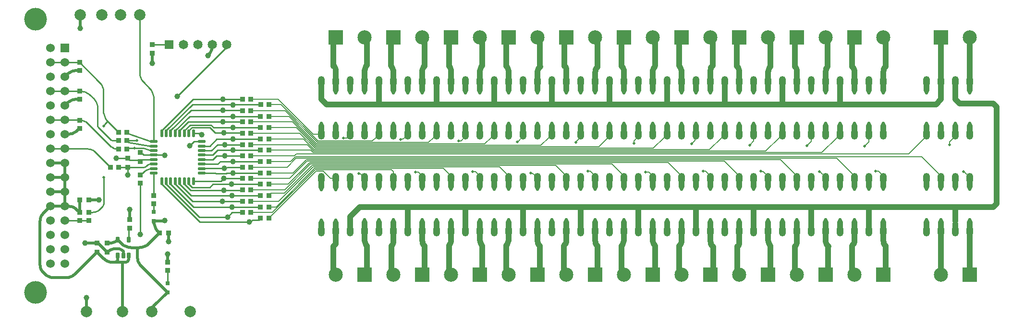
<source format=gtl>
G04*
G04 #@! TF.GenerationSoftware,Altium Limited,Altium Designer,22.5.1 (42)*
G04*
G04 Layer_Physical_Order=1*
G04 Layer_Color=255*
%FSLAX25Y25*%
%MOIN*%
G70*
G04*
G04 #@! TF.SameCoordinates,4C861729-87C5-483C-8B33-AEF81C08CF8D*
G04*
G04*
G04 #@! TF.FilePolarity,Positive*
G04*
G01*
G75*
%ADD11C,0.01000*%
%ADD13O,0.02362X0.06102*%
%ADD14O,0.04724X0.07480*%
%ADD15R,0.03740X0.03543*%
%ADD16R,0.03543X0.03740*%
%ADD17R,0.03740X0.03543*%
G04:AMPARAMS|DCode=18|XSize=23.62mil|YSize=39.37mil|CornerRadius=2.01mil|HoleSize=0mil|Usage=FLASHONLY|Rotation=180.000|XOffset=0mil|YOffset=0mil|HoleType=Round|Shape=RoundedRectangle|*
%AMROUNDEDRECTD18*
21,1,0.02362,0.03535,0,0,180.0*
21,1,0.01961,0.03937,0,0,180.0*
1,1,0.00402,-0.00980,0.01768*
1,1,0.00402,0.00980,0.01768*
1,1,0.00402,0.00980,-0.01768*
1,1,0.00402,-0.00980,-0.01768*
%
%ADD18ROUNDEDRECTD18*%
%ADD19R,0.03150X0.03150*%
%ADD20O,0.05709X0.02165*%
%ADD21O,0.02165X0.05709*%
%ADD22R,0.03543X0.03740*%
%ADD40C,0.03937*%
%ADD41C,0.01968*%
%ADD42C,0.00500*%
%ADD43C,0.07874*%
%ADD44C,0.15748*%
%ADD45C,0.06000*%
%ADD46R,0.06000X0.06000*%
%ADD47C,0.09843*%
%ADD48R,0.09843X0.09843*%
%ADD49C,0.06496*%
%ADD50R,0.06496X0.06496*%
%ADD51C,0.03937*%
%ADD52C,0.01968*%
D11*
X63312Y139837D02*
X64008Y139216D01*
X64768Y138676D01*
X65584Y138225D01*
X66446Y137868D01*
X67342Y137610D01*
X68262Y137454D01*
X69193Y137401D01*
X48007Y155143D02*
X47311Y155764D01*
X46551Y156304D01*
X45735Y156755D01*
X44873Y157112D01*
X43977Y157370D01*
X43057Y157526D01*
X42126Y157579D01*
X42126Y87697D02*
X41936Y87776D01*
X53637Y134847D02*
X52910Y135506D01*
X52122Y136090D01*
X51280Y136595D01*
X50393Y137014D01*
X49469Y137345D01*
X48517Y137583D01*
X47547Y137727D01*
X46567Y137776D01*
X42126Y197736D02*
X42031Y197776D01*
X76772Y82284D02*
X76335Y81629D01*
X76181Y80858D01*
X84252Y135039D02*
X84974Y134423D01*
X85783Y133927D01*
X86660Y133564D01*
X87583Y133342D01*
X88529Y133268D01*
X58661Y163886D02*
X58710Y162906D01*
X58854Y161935D01*
X59092Y160984D01*
X59423Y160059D01*
X59842Y159172D01*
X60347Y158331D01*
X60931Y157542D01*
X61590Y156815D01*
X56964Y96334D02*
X57580Y97036D01*
X58099Y97813D01*
X58512Y98650D01*
X58812Y99534D01*
X58994Y100450D01*
X59055Y101382D01*
X49893Y93405D02*
X50873Y93454D01*
X51844Y93598D01*
X52796Y93836D01*
X53720Y94167D01*
X54607Y94586D01*
X55449Y95091D01*
X56237Y95675D01*
X56964Y96334D01*
X59576Y154801D02*
X59055Y153543D01*
X54724Y153355D02*
X55017Y152648D01*
X64065Y143600D02*
X64772Y143307D01*
X82382Y138098D02*
X82378Y138098D01*
X83858Y190756D02*
X83907Y189776D01*
X84051Y188805D01*
X84289Y187853D01*
X84619Y186929D01*
X85039Y186042D01*
X85544Y185201D01*
X86128Y184412D01*
X86787Y183685D01*
X93504Y172826D02*
X93456Y173807D01*
X93312Y174777D01*
X93073Y175729D01*
X92743Y176653D01*
X92323Y177540D01*
X91819Y178382D01*
X91234Y179170D01*
X90575Y179897D01*
X101181Y133071D02*
X100706Y133268D01*
X143240Y207414D02*
X143875Y208240D01*
X144273Y209203D01*
X144410Y210236D01*
X90796Y126969D02*
X90024Y126815D01*
X89370Y126378D01*
X85568Y124803D02*
X86617Y124906D01*
X87626Y125212D01*
X88555Y125709D01*
X89370Y126378D01*
X86504Y138040D02*
X86122Y138098D01*
X54724Y165543D02*
X54676Y166523D01*
X54532Y167494D01*
X54294Y168446D01*
X53963Y169370D01*
X53544Y170257D01*
X53039Y171099D01*
X52455Y171887D01*
X51796Y172614D01*
X58661Y177059D02*
X58613Y178039D01*
X58469Y179009D01*
X58231Y179962D01*
X57900Y180886D01*
X57481Y181773D01*
X56976Y182614D01*
X56392Y183403D01*
X55733Y184130D01*
X49582Y174827D02*
X48855Y175486D01*
X48067Y176070D01*
X47225Y176575D01*
X46338Y176995D01*
X45414Y177325D01*
X44462Y177564D01*
X43492Y177708D01*
X42511Y177756D01*
X93701Y120194D02*
X93504Y120669D01*
X92823Y123819D02*
X91843Y123771D01*
X90872Y123627D01*
X89920Y123388D01*
X88996Y123058D01*
X88109Y122638D01*
X87268Y122134D01*
X86479Y121549D01*
X85752Y120890D01*
X103696Y209941D02*
X104410Y210236D01*
X76272Y138098D02*
X80315D01*
X82378D01*
X74901Y137401D02*
X76272Y138098D01*
X48007Y155143D02*
X63312Y139837D01*
X42126Y87697D02*
X48425D01*
X31949Y87776D02*
X41936D01*
X48425Y87697D02*
X48425Y87697D01*
X31949Y157776D02*
X40854D01*
X31949Y197776D02*
X42031D01*
X31949Y177776D02*
X42106D01*
X31949Y137776D02*
X46567D01*
X21949Y197776D02*
X31949D01*
X21949Y177776D02*
X31949D01*
X21949Y137776D02*
X31949D01*
X21949Y157776D02*
X31949D01*
X53637Y134847D02*
X63681Y124803D01*
X42106Y177776D02*
X42126Y177756D01*
X40854Y157776D02*
X42126Y157579D01*
X54724Y153355D02*
Y165543D01*
X55017Y152648D02*
X64065Y143600D01*
X59576Y154801D02*
X61590Y156815D01*
X69193Y149213D01*
X93504Y142717D02*
Y172826D01*
X74901Y143307D02*
X81890D01*
X105413Y150300D02*
X119680Y164567D01*
X108563Y150301D02*
X118499Y160236D01*
X117711Y156299D02*
X141732D01*
X111713Y150301D02*
X117711Y156299D01*
X118818Y154256D02*
X133311D01*
X114862Y150301D02*
X118818Y154256D01*
X114862Y148327D02*
Y150301D01*
X102264D02*
X120467Y168504D01*
X99114Y150301D02*
X120861Y172047D01*
X126870Y147539D02*
Y147741D01*
X76181Y74311D02*
Y80858D01*
X69390Y124803D02*
X75590D01*
X88529Y133268D02*
X93504D01*
X100706D01*
X84252Y128740D02*
X85622Y130012D01*
X91732Y130118D02*
X93504D01*
X85622Y130012D02*
X91732Y130118D01*
X82882Y129831D02*
X84252Y128740D01*
X76961Y129831D02*
X82882D01*
X75590Y131102D02*
X76961Y129831D01*
X103150Y44193D02*
Y53051D01*
X103150Y44193D02*
X103150Y44193D01*
X67717Y131102D02*
X75590D01*
X48425Y93405D02*
X49893D01*
X59055Y101382D02*
Y117905D01*
X82382Y138098D02*
X86122D01*
X91732Y139567D02*
X93504D01*
X76272Y142035D02*
X91732Y139567D01*
X74901Y143307D02*
X76272Y142035D01*
Y147941D02*
X91732Y142717D01*
X93504D01*
X74901Y149213D02*
X76272Y147941D01*
X83858Y190756D02*
Y230709D01*
X86787Y183685D02*
X90575Y179897D01*
X109843Y174016D02*
X143240Y207414D01*
X90796Y126969D02*
X93504D01*
X75590Y124803D02*
X85568D01*
X75590Y119291D02*
Y124803D01*
X84252Y78158D02*
Y113681D01*
X58661Y163886D02*
Y177059D01*
X64772Y143307D02*
X69193D01*
X42126Y197736D02*
X55733Y184130D01*
X49582Y174827D02*
X51796Y172614D01*
X42126Y177756D02*
X42511D01*
X91732Y136417D02*
X93504D01*
X86504Y138040D02*
X91732Y136417D01*
X93701Y93799D02*
X93701Y93799D01*
X93701Y93799D02*
Y99508D01*
Y105217D02*
Y120194D01*
X92823Y123819D02*
X93504D01*
X84252Y119390D02*
X85752Y120890D01*
X92520Y209941D02*
X103696D01*
X142413Y123925D02*
X142520Y124031D01*
X126878Y123925D02*
X142413D01*
X126772Y123819D02*
X126878Y123925D01*
X148622Y120669D02*
X167520D01*
X144172D02*
X148622D01*
X148425Y152362D02*
X167716D01*
X135205D02*
X148425D01*
X118504Y139764D02*
X121457Y142717D01*
X126772D01*
X126284Y148327D02*
X126870Y147741D01*
X121161Y148327D02*
X126284D01*
X118499Y160236D02*
X148425D01*
X141732Y164567D02*
X154725D01*
X119680D02*
X141732D01*
X120861Y172047D02*
X141732D01*
X120180Y152468D02*
X132571D01*
X141732Y172047D02*
X155118D01*
X132571Y152468D02*
X136221Y148819D01*
X148031Y168504D02*
X148425Y168110D01*
X120467Y168504D02*
X148031D01*
X118012Y150301D02*
X120180Y152468D01*
X141732Y156299D02*
X155118D01*
X148425Y160236D02*
X167716D01*
X154725Y148819D02*
X155118Y148425D01*
X142126Y148819D02*
X154725D01*
X136221D02*
X142126D01*
X133311Y154256D02*
X135205Y152362D01*
X118012Y148327D02*
Y150301D01*
X167716Y152362D02*
X167717Y152362D01*
X155118Y156299D02*
X155118Y156299D01*
X111713Y148327D02*
Y150301D01*
X148425Y168110D02*
X148819Y168504D01*
X167815D01*
X167815Y168504D01*
X154725Y164567D02*
X155118Y164173D01*
X167716Y160236D02*
X167717Y160236D01*
X108563Y148327D02*
Y150301D01*
X105413Y148327D02*
Y150300D01*
X102264Y148327D02*
Y150301D01*
X155118Y172047D02*
X155118Y172047D01*
X155118Y116929D02*
X155118Y116929D01*
X142126Y116929D02*
X155118D01*
X140256Y115059D02*
X142126Y116929D01*
X121161Y115059D02*
X140256D01*
X134749Y112992D02*
X147638D01*
X132675Y110917D02*
X134749Y112992D01*
X147638D02*
X167717D01*
X119286Y108661D02*
X142126D01*
X167717Y112992D02*
X167717Y112992D01*
X118012Y113085D02*
X120180Y110917D01*
X132675D01*
X118012Y113085D02*
Y115059D01*
X142126Y108661D02*
X154724D01*
X155118Y109055D01*
X114862Y113085D02*
X119286Y108661D01*
X114862Y113085D02*
Y115059D01*
X119680Y105118D02*
X148031D01*
X167717D01*
X167717Y105118D01*
X111713Y113085D02*
X119680Y105118D01*
X111713Y113085D02*
Y115059D01*
X141339Y101181D02*
X155118D01*
X120467D02*
X141339D01*
X108563Y113085D02*
X120467Y101181D01*
X108563Y113085D02*
Y115059D01*
X148031Y97244D02*
X167717D01*
X167717Y97244D01*
X121255Y97244D02*
X148031D01*
X105413Y113085D02*
X121255Y97244D01*
X105413Y113085D02*
Y115059D01*
X144882Y90158D02*
X148031Y93307D01*
X155118D01*
X125191Y90158D02*
X144882D01*
X102264Y113085D02*
X125191Y90158D01*
X102264Y113085D02*
Y115059D01*
X162121Y88098D02*
X166445D01*
X160637Y86614D02*
X162121Y88098D01*
X159843Y86614D02*
X160637D01*
X166445Y88098D02*
X167717Y89370D01*
X125585Y86614D02*
X159843D01*
X99114Y113085D02*
X125585Y86614D01*
X167716Y144488D02*
X167717Y144488D01*
X148425Y144488D02*
X167716D01*
X137402D02*
X148425D01*
X132480Y139567D02*
X137402Y144488D01*
X126772Y139567D02*
X132480D01*
X126772Y136417D02*
X133661D01*
X137795Y140551D01*
X142913D01*
X155118D01*
X137795Y136614D02*
X148425D01*
X167716D01*
X134449Y133268D02*
X137795Y136614D01*
X126772Y133268D02*
X134449D01*
X155118Y140551D02*
X155118Y140551D01*
X167716Y136614D02*
X167717Y136614D01*
X134718Y130118D02*
X137277Y132677D01*
X142913D01*
X155118D01*
X155118Y132677D01*
X126772Y130118D02*
X134718D01*
X139836Y128740D02*
X148425D01*
X138065Y126969D02*
X139836Y128740D01*
X126772Y126969D02*
X138065D01*
X148425Y128740D02*
X167716D01*
X167717Y128740D01*
X144495Y124803D02*
X155118D01*
X136627Y120563D02*
X144065D01*
X144172Y120669D01*
X126772D02*
X136520D01*
X136627Y120563D01*
X167520Y120669D02*
X167717Y120866D01*
D13*
X230039Y86319D02*
D03*
X240039D02*
D03*
X230039Y111319D02*
D03*
X240039D02*
D03*
X530000Y86500D02*
D03*
X540000D02*
D03*
X530000Y111500D02*
D03*
X540000D02*
D03*
X630000Y86500D02*
D03*
X640000D02*
D03*
X630000Y111500D02*
D03*
X640000D02*
D03*
X220000Y178500D02*
D03*
X210000D02*
D03*
X220000Y153500D02*
D03*
X210000D02*
D03*
X470000Y86500D02*
D03*
X480000D02*
D03*
X470000Y111500D02*
D03*
X480000D02*
D03*
X390000Y86500D02*
D03*
X400000D02*
D03*
X390000Y111500D02*
D03*
X400000D02*
D03*
X370000Y86500D02*
D03*
X380000D02*
D03*
X370000Y111500D02*
D03*
X380000D02*
D03*
X350000Y86500D02*
D03*
X360000D02*
D03*
X350000Y111500D02*
D03*
X360000D02*
D03*
X330000Y86500D02*
D03*
X340000D02*
D03*
X330000Y111500D02*
D03*
X340000D02*
D03*
X310000Y86500D02*
D03*
X320000D02*
D03*
X310000Y111500D02*
D03*
X320000D02*
D03*
X290000Y86500D02*
D03*
X300000D02*
D03*
X290000Y111500D02*
D03*
X300000D02*
D03*
X270000Y86500D02*
D03*
X280000D02*
D03*
X270000Y111500D02*
D03*
X280000D02*
D03*
X250000Y86500D02*
D03*
X260000D02*
D03*
X250000Y111500D02*
D03*
X260000D02*
D03*
X209842Y86221D02*
D03*
X219843D02*
D03*
X209842Y111221D02*
D03*
X219843D02*
D03*
X590000Y86500D02*
D03*
X600000D02*
D03*
X590000Y111500D02*
D03*
X600000D02*
D03*
X570000Y86500D02*
D03*
X580000D02*
D03*
X570000Y111500D02*
D03*
X580000D02*
D03*
X550000Y86500D02*
D03*
X560000D02*
D03*
X550000Y111500D02*
D03*
X560000D02*
D03*
X510000Y86500D02*
D03*
X520000D02*
D03*
X510000Y111500D02*
D03*
X520000D02*
D03*
X490000Y86500D02*
D03*
X500000D02*
D03*
X490000Y111500D02*
D03*
X500000D02*
D03*
X450000Y86500D02*
D03*
X460000D02*
D03*
X450000Y111500D02*
D03*
X460000D02*
D03*
X430000Y86500D02*
D03*
X440000D02*
D03*
X430000Y111500D02*
D03*
X440000D02*
D03*
X410000Y86500D02*
D03*
X420000D02*
D03*
X410000Y111500D02*
D03*
X420000D02*
D03*
X650000Y86500D02*
D03*
X660000D02*
D03*
X650000Y111500D02*
D03*
X660000D02*
D03*
X400000Y178500D02*
D03*
X390000D02*
D03*
X400000Y153500D02*
D03*
X390000D02*
D03*
X380000Y178500D02*
D03*
X370000D02*
D03*
X380000Y153500D02*
D03*
X370000D02*
D03*
X360000Y178500D02*
D03*
X350000D02*
D03*
X360000Y153500D02*
D03*
X350000D02*
D03*
X340000Y178500D02*
D03*
X330000D02*
D03*
X340000Y153500D02*
D03*
X330000D02*
D03*
X320000Y178500D02*
D03*
X310000D02*
D03*
X320000Y153500D02*
D03*
X310000D02*
D03*
X300000Y178500D02*
D03*
X290000D02*
D03*
X300000Y153500D02*
D03*
X290000D02*
D03*
X280000Y178500D02*
D03*
X270000D02*
D03*
X280000Y153500D02*
D03*
X270000D02*
D03*
X260000Y178500D02*
D03*
X250000D02*
D03*
X260000Y153500D02*
D03*
X250000D02*
D03*
X240000Y178500D02*
D03*
X230000D02*
D03*
X240000Y153500D02*
D03*
X230000D02*
D03*
X600000Y178500D02*
D03*
X590000D02*
D03*
X600000Y153500D02*
D03*
X590000D02*
D03*
X580000Y178500D02*
D03*
X570000D02*
D03*
X580000Y153500D02*
D03*
X570000D02*
D03*
X560000Y178500D02*
D03*
X550000D02*
D03*
X560000Y153500D02*
D03*
X550000D02*
D03*
X540000Y178500D02*
D03*
X530000D02*
D03*
X540000Y153500D02*
D03*
X530000D02*
D03*
X520000Y178500D02*
D03*
X510000D02*
D03*
X520000Y153500D02*
D03*
X510000D02*
D03*
X500000Y178500D02*
D03*
X490000D02*
D03*
X500000Y153500D02*
D03*
X490000D02*
D03*
X480000Y178500D02*
D03*
X470000D02*
D03*
X480000Y153500D02*
D03*
X470000D02*
D03*
X460000Y178500D02*
D03*
X450000D02*
D03*
X460000Y153500D02*
D03*
X450000D02*
D03*
X440000Y178500D02*
D03*
X430000D02*
D03*
X440000Y153500D02*
D03*
X430000D02*
D03*
X420000Y178500D02*
D03*
X410000D02*
D03*
X420000Y153500D02*
D03*
X410000D02*
D03*
X660000Y178500D02*
D03*
X650000D02*
D03*
X660000Y153500D02*
D03*
X650000D02*
D03*
X640000Y178500D02*
D03*
X630000D02*
D03*
X640000Y153500D02*
D03*
X630000D02*
D03*
D14*
X220000Y117224D02*
D03*
X210000D02*
D03*
X220000Y80413D02*
D03*
X210000D02*
D03*
X640000Y117224D02*
D03*
X630000D02*
D03*
X640000Y80413D02*
D03*
X630000D02*
D03*
X530000Y147776D02*
D03*
X540000D02*
D03*
X530000Y184587D02*
D03*
X540000D02*
D03*
X400000Y117224D02*
D03*
X390000D02*
D03*
X400000Y80413D02*
D03*
X390000D02*
D03*
X380000Y117224D02*
D03*
X370000D02*
D03*
X380000Y80413D02*
D03*
X370000D02*
D03*
X360000Y117224D02*
D03*
X350000D02*
D03*
X360000Y80413D02*
D03*
X350000D02*
D03*
X340000Y117224D02*
D03*
X330000D02*
D03*
X340000Y80413D02*
D03*
X330000D02*
D03*
X320000Y117224D02*
D03*
X310000D02*
D03*
X320000Y80413D02*
D03*
X310000D02*
D03*
X300000Y117224D02*
D03*
X290000D02*
D03*
X300000Y80413D02*
D03*
X290000D02*
D03*
X280000Y117224D02*
D03*
X270000D02*
D03*
X280000Y80413D02*
D03*
X270000D02*
D03*
X260000Y117224D02*
D03*
X250000D02*
D03*
X260000Y80413D02*
D03*
X250000D02*
D03*
X240000Y117224D02*
D03*
X230000D02*
D03*
X240000Y80413D02*
D03*
X230000D02*
D03*
X600000Y117224D02*
D03*
X590000D02*
D03*
X600000Y80413D02*
D03*
X590000D02*
D03*
X580000Y117224D02*
D03*
X570000D02*
D03*
X580000Y80413D02*
D03*
X570000D02*
D03*
X560000Y117224D02*
D03*
X550000D02*
D03*
X560000Y80413D02*
D03*
X550000D02*
D03*
X540000Y117224D02*
D03*
X530000D02*
D03*
X540000Y80413D02*
D03*
X530000D02*
D03*
X520000Y117224D02*
D03*
X510000D02*
D03*
X520000Y80413D02*
D03*
X510000D02*
D03*
X500000Y117224D02*
D03*
X490000D02*
D03*
X500000Y80413D02*
D03*
X490000D02*
D03*
X480000Y117224D02*
D03*
X470000D02*
D03*
X480000Y80413D02*
D03*
X470000D02*
D03*
X460000Y117224D02*
D03*
X450000D02*
D03*
X460000Y80413D02*
D03*
X450000D02*
D03*
X440000Y117224D02*
D03*
X430000D02*
D03*
X440000Y80413D02*
D03*
X430000D02*
D03*
X420000Y117224D02*
D03*
X410000D02*
D03*
X420000Y80413D02*
D03*
X410000D02*
D03*
X660000Y117224D02*
D03*
X650000D02*
D03*
X660000Y80413D02*
D03*
X650000D02*
D03*
X390000Y147776D02*
D03*
X400000D02*
D03*
X390000Y184587D02*
D03*
X400000D02*
D03*
X370000Y147776D02*
D03*
X380000D02*
D03*
X370000Y184587D02*
D03*
X380000D02*
D03*
X350000Y147776D02*
D03*
X360000D02*
D03*
X350000Y184587D02*
D03*
X360000D02*
D03*
X330000Y147776D02*
D03*
X340000D02*
D03*
X330000Y184587D02*
D03*
X340000D02*
D03*
X310000Y147776D02*
D03*
X320000D02*
D03*
X310000Y184587D02*
D03*
X320000D02*
D03*
X290000Y147776D02*
D03*
X300000D02*
D03*
X290000Y184587D02*
D03*
X300000D02*
D03*
X270000Y147776D02*
D03*
X280000D02*
D03*
X270000Y184587D02*
D03*
X280000D02*
D03*
X250000Y147776D02*
D03*
X260000D02*
D03*
X250000Y184587D02*
D03*
X260000D02*
D03*
X230000Y147776D02*
D03*
X240000D02*
D03*
X230000Y184587D02*
D03*
X240000D02*
D03*
X210000Y147776D02*
D03*
X220000D02*
D03*
X210000Y184587D02*
D03*
X220000D02*
D03*
X590000Y147776D02*
D03*
X600000D02*
D03*
X590000Y184587D02*
D03*
X600000D02*
D03*
X570000Y147776D02*
D03*
X580000D02*
D03*
X570000Y184587D02*
D03*
X580000D02*
D03*
X550000Y147776D02*
D03*
X560000D02*
D03*
X550000Y184587D02*
D03*
X560000D02*
D03*
X510000Y147776D02*
D03*
X520000D02*
D03*
X510000Y184587D02*
D03*
X520000D02*
D03*
X490000Y147776D02*
D03*
X500000D02*
D03*
X490000Y184587D02*
D03*
X500000D02*
D03*
X470000Y147776D02*
D03*
X480000D02*
D03*
X470000Y184587D02*
D03*
X480000D02*
D03*
X450000Y147776D02*
D03*
X460000D02*
D03*
X450000Y184587D02*
D03*
X460000D02*
D03*
X430000Y147776D02*
D03*
X440000D02*
D03*
X430000Y184587D02*
D03*
X440000D02*
D03*
X410000Y147776D02*
D03*
X420000D02*
D03*
X410000Y184587D02*
D03*
X420000D02*
D03*
X650000Y147776D02*
D03*
X660000D02*
D03*
X650000Y184587D02*
D03*
X660000D02*
D03*
X630000Y147776D02*
D03*
X640000D02*
D03*
X630000Y184587D02*
D03*
X640000D02*
D03*
D15*
X74902Y137402D02*
D03*
X69193D02*
D03*
X69390Y124803D02*
D03*
X63681D02*
D03*
X74902Y143307D02*
D03*
X69193D02*
D03*
X74902Y149213D02*
D03*
X69193D02*
D03*
X173425Y128740D02*
D03*
X167717D02*
D03*
X160827Y132677D02*
D03*
X155118D02*
D03*
X173425Y89370D02*
D03*
X167717D02*
D03*
X160827Y93307D02*
D03*
X155118D02*
D03*
X173425Y97244D02*
D03*
X167717D02*
D03*
X160827Y101181D02*
D03*
X155118D02*
D03*
X173425Y105118D02*
D03*
X167717D02*
D03*
X160827Y109055D02*
D03*
X155118D02*
D03*
X173425Y112992D02*
D03*
X167717D02*
D03*
X160827Y116929D02*
D03*
X155118D02*
D03*
X173425Y120866D02*
D03*
X167717D02*
D03*
X160827Y124803D02*
D03*
X155118D02*
D03*
X160827Y172047D02*
D03*
X155118D02*
D03*
X173524Y168504D02*
D03*
X167815D02*
D03*
X160827Y164173D02*
D03*
X155118D02*
D03*
X173425Y160236D02*
D03*
X167717D02*
D03*
X160827Y156299D02*
D03*
X155118D02*
D03*
X173425Y152362D02*
D03*
X167717D02*
D03*
X160827Y148425D02*
D03*
X155118D02*
D03*
X173425Y144488D02*
D03*
X167717D02*
D03*
X160827Y140551D02*
D03*
X155118D02*
D03*
X173425Y136614D02*
D03*
X167717D02*
D03*
D16*
X42126Y87697D02*
D03*
Y93405D02*
D03*
X103150Y53051D02*
D03*
Y58760D02*
D03*
X42126Y157579D02*
D03*
Y151870D02*
D03*
X42126Y177756D02*
D03*
Y172047D02*
D03*
X42126Y197736D02*
D03*
Y192028D02*
D03*
X48425Y93405D02*
D03*
Y87697D02*
D03*
X93701Y99508D02*
D03*
Y105217D02*
D03*
X84252Y113681D02*
D03*
Y119390D02*
D03*
X92520Y209941D02*
D03*
Y204232D02*
D03*
D17*
X61417Y72047D02*
D03*
Y65748D02*
D03*
X84252Y128740D02*
D03*
Y135039D02*
D03*
X76772Y82284D02*
D03*
Y88583D02*
D03*
X54331Y65748D02*
D03*
Y72047D02*
D03*
X75590Y124803D02*
D03*
Y131102D02*
D03*
D18*
X68701Y63484D02*
D03*
X72441D02*
D03*
X76181D02*
D03*
Y74311D02*
D03*
X68701D02*
D03*
D19*
X103150Y44193D02*
D03*
Y37697D02*
D03*
X93701Y93799D02*
D03*
Y87303D02*
D03*
D20*
X93504Y142717D02*
D03*
Y139567D02*
D03*
Y136417D02*
D03*
Y133268D02*
D03*
Y130118D02*
D03*
Y126969D02*
D03*
Y123819D02*
D03*
Y120669D02*
D03*
X126772D02*
D03*
Y123819D02*
D03*
Y126969D02*
D03*
Y130118D02*
D03*
Y133268D02*
D03*
Y136417D02*
D03*
Y139567D02*
D03*
Y142717D02*
D03*
D21*
X99114Y115059D02*
D03*
X102264D02*
D03*
X105413D02*
D03*
X108563D02*
D03*
X111713D02*
D03*
X114862D02*
D03*
X118012D02*
D03*
X121161D02*
D03*
Y148327D02*
D03*
X118012D02*
D03*
X114862D02*
D03*
X111713D02*
D03*
X108563D02*
D03*
X105413D02*
D03*
X102264D02*
D03*
X99114D02*
D03*
D22*
X97638Y79134D02*
D03*
X103937D02*
D03*
X42126Y101969D02*
D03*
X48425D02*
D03*
D40*
X538449Y194937D02*
X538583Y194882D01*
X540000Y191460D02*
X539907Y192404D01*
X539632Y193312D01*
X539185Y194149D01*
X538583Y194882D01*
X529921Y80604D02*
X530000Y80413D01*
X569762Y80315D02*
X570000Y80413D01*
X240000Y73867D02*
X240106Y72755D01*
X240418Y71682D01*
X240927Y70688D01*
X241614Y69807D01*
X258472Y70000D02*
X258661Y70079D01*
X220000Y215000D02*
X219318Y214168D01*
X218810Y213220D01*
X218498Y212190D01*
X218393Y211119D01*
X220000Y191664D02*
X219902Y192660D01*
X219611Y193618D01*
X219139Y194501D01*
X218504Y195276D01*
X218393Y195007D02*
X218504Y195276D01*
X241614Y211104D02*
X241508Y212179D01*
X241195Y213212D01*
X240685Y214165D01*
X240000Y215000D01*
X241614Y195941D02*
X240927Y195060D01*
X240418Y194066D01*
X240106Y192993D01*
X240000Y191881D01*
X260000Y215000D02*
X259400Y214297D01*
X258917Y213509D01*
X258563Y212655D01*
X258347Y211756D01*
X258275Y210835D01*
X260000Y191093D02*
X259928Y192017D01*
X259712Y192917D01*
X259358Y193773D01*
X258875Y194563D01*
X258275Y195269D01*
X281614Y211104D02*
X281508Y212179D01*
X281195Y213212D01*
X280685Y214165D01*
X280000Y215000D01*
X281614Y195376D02*
X281049Y194634D01*
X280598Y193819D01*
X280268Y192947D01*
X280067Y192037D01*
X280000Y191107D01*
X321614Y211104D02*
X321508Y212179D01*
X321195Y213212D01*
X320685Y214165D01*
X320000Y215000D01*
X321614Y195629D02*
X320928Y194779D01*
X320419Y193812D01*
X320106Y192765D01*
X320000Y191677D01*
X300000Y215000D02*
X299331Y214185D01*
X298834Y213256D01*
X298529Y212247D01*
X298425Y211198D01*
X300000Y191473D02*
X299897Y192523D01*
X299591Y193531D01*
X299094Y194461D01*
X298425Y195276D01*
X340000Y215000D02*
X339291Y214136D01*
X338764Y213151D01*
X338440Y212081D01*
X338330Y210969D01*
X340000Y190903D02*
X339924Y191869D01*
X339699Y192810D01*
X339329Y193705D01*
X338824Y194532D01*
X338196Y195269D01*
X338190Y195274D01*
X361749Y210779D02*
X361675Y211713D01*
X361456Y212624D01*
X361098Y213489D01*
X360608Y214288D01*
X360000Y215000D01*
X361811Y194882D02*
X361181Y194144D01*
X360674Y193317D01*
X360303Y192421D01*
X360076Y191477D01*
X360000Y190510D01*
X380000Y192234D02*
X379854Y193347D01*
X379424Y194385D01*
X378740Y195276D01*
X380000Y215000D02*
X379372Y214234D01*
X378905Y213361D01*
X378617Y212413D01*
X378520Y211428D01*
X401614Y211104D02*
X401508Y212179D01*
X401195Y213212D01*
X400685Y214165D01*
X400000Y215000D01*
X401575Y194488D02*
X400906Y193674D01*
X400409Y192744D01*
X400103Y191735D01*
X400000Y190687D01*
X420000Y215000D02*
X419315Y214165D01*
X418805Y213212D01*
X418492Y212178D01*
X418386Y211103D01*
X420000Y191270D02*
X419902Y192266D01*
X419611Y193225D01*
X419139Y194108D01*
X418504Y194882D01*
X441732Y210818D02*
X441659Y211743D01*
X441443Y212646D01*
X441088Y213503D01*
X440603Y214294D01*
X440000Y215000D01*
X441732Y195276D02*
X441130Y194570D01*
X440645Y193779D01*
X440289Y192921D01*
X440073Y192019D01*
X440000Y191094D01*
X460000Y215000D02*
X459400Y214297D01*
X458917Y213509D01*
X458563Y212655D01*
X458347Y211756D01*
X458275Y210835D01*
X460000Y191093D02*
X459928Y192017D01*
X459712Y192917D01*
X459358Y193773D01*
X458875Y194563D01*
X458275Y195269D01*
X481496Y211388D02*
X481398Y212385D01*
X481107Y213343D01*
X480635Y214226D01*
X480000Y215000D01*
X481496Y195669D02*
X480861Y194895D01*
X480389Y194012D01*
X480098Y193054D01*
X480000Y192058D01*
X500000Y191080D02*
X499897Y192129D01*
X499591Y193137D01*
X499094Y194067D01*
X498425Y194882D01*
X498386Y194977D02*
X498425Y194882D01*
X500000Y215000D02*
X499315Y214165D01*
X498805Y213212D01*
X498492Y212178D01*
X498386Y211103D01*
X521654Y194882D02*
X520952Y194026D01*
X520430Y193051D01*
X520109Y191991D01*
X520000Y190890D01*
X521654Y211008D02*
X521545Y212110D01*
X521224Y213169D01*
X520702Y214145D01*
X520000Y215000D01*
X540000D02*
X539341Y214197D01*
X538852Y213281D01*
X538550Y212288D01*
X538449Y211254D01*
X561417Y211579D02*
X561324Y212523D01*
X561049Y213430D01*
X560602Y214267D01*
X560000Y215000D01*
X561417Y194882D02*
X560816Y194149D01*
X560368Y193312D01*
X560093Y192404D01*
X560000Y191460D01*
X580000Y215000D02*
X579298Y214144D01*
X578776Y213168D01*
X578455Y212109D01*
X578346Y211008D01*
X580000Y190890D02*
X579892Y191991D01*
X579570Y193050D01*
X579049Y194026D01*
X578346Y194882D01*
X601575Y211198D02*
X601472Y212247D01*
X601165Y213256D01*
X600669Y214185D01*
X600000Y215000D01*
X601575Y194882D02*
X600906Y194067D01*
X600409Y193138D01*
X600103Y192129D01*
X600000Y191080D01*
X401575Y194488D02*
X401614Y194583D01*
X600000Y73880D02*
X600103Y72831D01*
X600409Y71823D01*
X600906Y70893D01*
X601575Y70079D01*
X600000Y50000D02*
X600685Y50835D01*
X601195Y51788D01*
X601508Y52822D01*
X601614Y53897D01*
X578346Y53992D02*
X578455Y52891D01*
X578776Y51832D01*
X579298Y50856D01*
X580000Y50000D01*
X578346Y70079D02*
X579049Y70934D01*
X579570Y71910D01*
X579892Y72970D01*
X580000Y74071D01*
X560000Y74057D02*
X560076Y73090D01*
X560303Y72146D01*
X560674Y71250D01*
X561181Y70423D01*
X561811Y69685D01*
X560000Y50000D02*
X560591Y50692D01*
X561066Y51467D01*
X561414Y52307D01*
X561626Y53192D01*
X561698Y54098D01*
X538499Y53624D02*
X538597Y52624D01*
X538889Y51663D01*
X539363Y50777D01*
X540000Y50000D01*
X520000Y74071D02*
X520109Y72969D01*
X520430Y71910D01*
X520952Y70934D01*
X521654Y70079D01*
X520000Y50000D02*
X520702Y50855D01*
X521224Y51832D01*
X521545Y52890D01*
X521654Y53992D01*
X498587Y53411D02*
X498680Y52470D01*
X498954Y51565D01*
X499400Y50731D01*
X500000Y50000D01*
X498819Y69685D02*
X499460Y70520D01*
X499863Y71493D01*
X500000Y72537D01*
X480000Y73297D02*
X480098Y72300D01*
X480389Y71342D01*
X480861Y70459D01*
X481496Y69685D01*
X480000Y50000D02*
X480658Y50770D01*
X481187Y51633D01*
X481574Y52569D01*
X481810Y53553D01*
X481890Y54562D01*
X458386Y53897D02*
X458492Y52822D01*
X458805Y51788D01*
X459315Y50835D01*
X460000Y50000D01*
X458386Y69807D02*
X459073Y70688D01*
X459582Y71683D01*
X459895Y72755D01*
X460000Y73867D01*
X440000Y74261D02*
X440073Y73335D01*
X440289Y72433D01*
X440645Y71576D01*
X441130Y70784D01*
X441732Y70079D01*
X440000Y50000D02*
X440702Y50856D01*
X441224Y51832D01*
X441545Y52891D01*
X441654Y53992D01*
X418110Y54563D02*
X418190Y53553D01*
X418426Y52569D01*
X418814Y51633D01*
X419343Y50770D01*
X420000Y50000D01*
X418110Y70079D02*
X418768Y70849D01*
X419297Y71712D01*
X419684Y72647D01*
X419921Y73632D01*
X420000Y74641D01*
X400000Y73880D02*
X400103Y72831D01*
X400409Y71823D01*
X400906Y70893D01*
X401575Y70079D01*
X400000Y50000D02*
X400685Y50835D01*
X401195Y51788D01*
X401508Y52822D01*
X401614Y53897D01*
X378346Y70079D02*
X379049Y70934D01*
X379570Y71910D01*
X379892Y72970D01*
X380000Y74071D01*
X378346Y53992D02*
X378455Y52891D01*
X378776Y51832D01*
X379298Y50856D01*
X380000Y50000D01*
X361417Y70079D02*
X361607Y70000D01*
X360000Y73500D02*
X360093Y72556D01*
X360368Y71649D01*
X360816Y70812D01*
X361417Y70079D01*
X360000Y50000D02*
X360683Y50832D01*
X361190Y51780D01*
X361502Y52810D01*
X361607Y53880D01*
X338189Y70472D02*
X338819Y71210D01*
X339326Y72038D01*
X339698Y72934D01*
X339924Y73878D01*
X340000Y74845D01*
X338189Y70472D02*
X338384Y70002D01*
Y53902D02*
X338490Y52826D01*
X338804Y51790D01*
X339314Y50836D01*
X340000Y50000D01*
X320000Y74071D02*
X320109Y72969D01*
X320430Y71910D01*
X320952Y70934D01*
X321654Y70079D01*
X320000Y50000D02*
X320702Y50855D01*
X321224Y51832D01*
X321545Y52890D01*
X321654Y53992D01*
X298425Y70472D02*
X299094Y71287D01*
X299591Y72217D01*
X299897Y73226D01*
X300000Y74275D01*
X298425Y53802D02*
X298529Y52753D01*
X298834Y51745D01*
X299331Y50815D01*
X300000Y50000D01*
X280000Y73690D02*
X280098Y72694D01*
X280389Y71736D01*
X280861Y70853D01*
X281496Y70079D01*
X280000Y50000D02*
X280635Y50774D01*
X281107Y51657D01*
X281398Y52615D01*
X281496Y53612D01*
X258472Y53690D02*
X258572Y52672D01*
X258869Y51693D01*
X259351Y50791D01*
X260000Y50000D01*
X258661Y70079D02*
X259230Y70771D01*
X259652Y71561D01*
X259912Y72419D01*
X260000Y73311D01*
X240000Y50000D02*
X240685Y50835D01*
X241195Y51788D01*
X241508Y52822D01*
X241614Y53897D01*
X218110Y54563D02*
X218190Y53553D01*
X218426Y52569D01*
X218813Y51633D01*
X219342Y50770D01*
X220000Y50000D01*
X538583Y69685D02*
X538499Y69887D01*
X538583Y69685D02*
X539185Y70418D01*
X539632Y71255D01*
X539907Y72163D01*
X540000Y73107D01*
X236503Y97047D02*
X269574D01*
X240000Y80413D02*
X240020Y80433D01*
Y86299D01*
X240039Y86319D01*
X230000Y80413D02*
X230039Y80453D01*
Y86319D01*
Y90583D01*
X236503Y97047D01*
X240000Y117224D02*
X240020Y117205D01*
Y111339D02*
Y117205D01*
Y111339D02*
X240039Y111319D01*
X230020Y111339D02*
Y117205D01*
Y111339D02*
X230039Y111319D01*
X250000Y111500D02*
Y117224D01*
X240000Y147776D02*
Y153500D01*
X538499Y53624D02*
Y69887D01*
X540000Y80413D02*
Y86500D01*
Y111500D02*
Y117224D01*
X530000Y80682D02*
Y86500D01*
X529921Y80604D02*
X530000Y80682D01*
Y111500D02*
Y117224D01*
X550000Y111500D02*
Y117224D01*
X640000Y111500D02*
Y117224D01*
X630000Y111500D02*
Y117224D01*
X640000Y80413D02*
Y86500D01*
X630000Y80491D02*
Y86500D01*
X590046Y97047D02*
X650039D01*
X210000Y172000D02*
Y184587D01*
X250000Y168547D02*
Y184587D01*
X290000Y168704D02*
Y184587D01*
X330000Y168626D02*
Y184587D01*
X370000Y168626D02*
Y184587D01*
X410000Y168783D02*
Y184587D01*
X450000Y168941D02*
Y184587D01*
X490000Y169098D02*
Y184587D01*
X530000Y168862D02*
Y184587D01*
X570000Y168626D02*
Y184587D01*
X640000Y171933D02*
Y215000D01*
X218393Y195007D02*
Y211119D01*
X220000Y147776D02*
Y153500D01*
X210000Y147776D02*
Y153500D01*
X220000Y184587D02*
X220000Y184587D01*
X220000Y178500D02*
Y184587D01*
X210000Y172000D02*
X213453Y168547D01*
X250000D01*
X220000Y71575D02*
Y80413D01*
X218110Y69685D02*
X220000Y71575D01*
X219843Y86221D02*
X219921Y86142D01*
X209842Y86221D02*
X209921Y86142D01*
X219921Y80492D02*
Y86142D01*
Y80492D02*
X220000Y80413D01*
X209921Y80492D02*
Y86142D01*
Y80492D02*
X210000Y80413D01*
X209921Y111299D02*
Y117146D01*
X209842Y111221D02*
X209921Y111299D01*
X219921Y117146D02*
X220000Y117224D01*
X219921Y111299D02*
Y117146D01*
X219843Y111221D02*
X219921Y111299D01*
X470000Y111500D02*
Y117224D01*
X480000Y111500D02*
Y117224D01*
X470000Y80413D02*
Y86500D01*
X469889Y87583D02*
Y96968D01*
X469967Y97047D01*
X480000Y80413D02*
Y86500D01*
X469967Y97047D02*
X510125D01*
X630000Y80491D02*
X630077Y80413D01*
X640000Y50000D02*
Y80413D01*
X520000Y147776D02*
Y153500D01*
X530000Y147776D02*
Y153500D01*
X540000Y147776D02*
Y153500D01*
X538449Y194937D02*
Y194937D01*
X540000Y184587D02*
Y191460D01*
X540000Y178500D02*
Y184587D01*
X530315Y168547D02*
X570079D01*
X240000Y73867D02*
Y80413D01*
X250000Y80413D02*
Y86500D01*
Y80315D02*
Y80413D01*
X249999Y80315D02*
X250000Y80315D01*
X260000Y80413D02*
Y86500D01*
X280000Y73690D02*
Y80413D01*
X280000Y80413D02*
Y86500D01*
X290000Y80414D02*
X290000Y80413D01*
X290000Y80414D02*
Y86500D01*
X300000Y80414D02*
X300000Y80413D01*
X300000Y80414D02*
Y86500D01*
X320000Y74071D02*
Y80413D01*
X320000Y80413D02*
Y86500D01*
X330000Y80413D02*
Y86500D01*
Y80394D02*
Y80413D01*
Y80394D02*
X330000Y80394D01*
X340000Y80414D02*
Y86500D01*
Y80414D02*
X340000Y80413D01*
X360000Y73500D02*
Y80413D01*
X360000Y80413D02*
Y86500D01*
X370000Y80413D02*
Y86500D01*
Y80394D02*
Y80413D01*
Y80394D02*
X370000Y80394D01*
X380000Y80413D02*
Y86500D01*
X400000Y73880D02*
Y80413D01*
X400000Y80413D02*
Y86500D01*
X410000Y80414D02*
Y86500D01*
Y80414D02*
X410000Y80413D01*
X420000Y80413D02*
Y86500D01*
X440000Y74261D02*
Y80413D01*
X440000Y80413D02*
Y86500D01*
X450000Y80413D02*
Y86500D01*
Y80315D02*
Y80413D01*
Y80315D02*
X450000Y80315D01*
X460000Y80413D02*
Y86500D01*
X480000Y73297D02*
Y80413D01*
X489765Y80316D02*
X490000Y80551D01*
Y86500D01*
X500000Y80413D02*
Y86500D01*
X520000Y74071D02*
Y80413D01*
X520000Y80413D02*
Y86500D01*
X560000Y74057D02*
Y80413D01*
X560000Y80413D02*
Y86500D01*
X569762Y80315D02*
X570000Y80553D01*
Y86500D01*
X580000Y80413D02*
Y86500D01*
X600000Y73880D02*
Y80413D01*
X600000Y80414D02*
X600000Y80413D01*
X600000Y80414D02*
Y86500D01*
X660000Y80413D02*
Y86500D01*
Y111500D02*
Y117224D01*
X650000Y111500D02*
Y117224D01*
X600000Y111500D02*
Y117224D01*
X590000Y111500D02*
Y117224D01*
X580000Y111500D02*
Y117224D01*
X570000Y111500D02*
Y117224D01*
X560000Y111500D02*
Y117224D01*
X520000Y111500D02*
Y117224D01*
X510000Y111500D02*
Y117224D01*
X500000Y111500D02*
Y117224D01*
X490000Y111500D02*
Y117224D01*
X460000Y111500D02*
Y117224D01*
X450000Y111500D02*
Y117224D01*
X440000Y111500D02*
Y117224D01*
X430000Y111500D02*
Y117224D01*
X420000Y111500D02*
Y117224D01*
X410000Y111500D02*
Y117224D01*
X400000Y111500D02*
Y117224D01*
X390000Y111500D02*
Y117224D01*
X380000Y111500D02*
Y117224D01*
X370000Y111500D02*
Y117224D01*
X360000Y111500D02*
Y117224D01*
X350000Y111500D02*
Y117224D01*
X340000Y111500D02*
Y117224D01*
X330000Y111500D02*
Y117224D01*
X320000Y111500D02*
Y117224D01*
X310000Y111500D02*
Y117224D01*
X300000Y111500D02*
Y117224D01*
X290000Y111500D02*
Y117224D01*
X280000Y111500D02*
Y117224D01*
X270000Y111500D02*
Y117224D01*
X260000Y111500D02*
Y117224D01*
X660000Y147776D02*
Y153500D01*
X650000Y147776D02*
Y153500D01*
X640000Y147776D02*
Y153500D01*
X630000Y147776D02*
Y153500D01*
X660000Y178500D02*
Y184272D01*
X659842Y184429D02*
X660000Y184272D01*
X629980Y184587D02*
X630000Y184567D01*
Y178500D02*
Y184567D01*
X600000Y147776D02*
Y153500D01*
X590000Y147776D02*
Y153500D01*
X580000Y147776D02*
Y153500D01*
X570000Y147776D02*
Y153500D01*
X560000Y147776D02*
Y153500D01*
X550000Y147776D02*
Y153500D01*
X510000Y147776D02*
Y153500D01*
X500000Y147776D02*
Y153500D01*
X490000Y147776D02*
Y153500D01*
X480000Y147776D02*
Y153500D01*
X470000Y147776D02*
Y153500D01*
X460000Y147776D02*
Y153500D01*
X450000Y147776D02*
Y153500D01*
X440000Y147776D02*
Y153500D01*
X430000Y147776D02*
Y153500D01*
X420000Y147776D02*
Y153500D01*
X410000Y147776D02*
Y153500D01*
X400000Y147776D02*
Y153500D01*
X390000Y147776D02*
Y153500D01*
X380000Y147776D02*
Y153500D01*
X370000Y147776D02*
Y153500D01*
X360000Y147776D02*
Y153500D01*
X350000Y147776D02*
Y153500D01*
X340000Y147776D02*
Y153500D01*
X330000Y147776D02*
Y153500D01*
X320000Y147776D02*
Y153500D01*
X310000Y147776D02*
Y153500D01*
X300000Y147776D02*
Y153500D01*
X290000Y147776D02*
Y153500D01*
Y147541D02*
Y147776D01*
Y147541D02*
X290000Y147541D01*
X280000Y147776D02*
Y153500D01*
X270000Y147776D02*
Y153500D01*
X260000Y147776D02*
Y153500D01*
X250000Y147776D02*
Y153500D01*
X230000Y147776D02*
Y153500D01*
X210000Y147776D02*
Y147776D01*
X220000Y184587D02*
Y191664D01*
X240000Y184587D02*
Y191881D01*
X240000Y178500D02*
Y184587D01*
X240000Y184587D01*
X270000Y184429D02*
X270079Y184508D01*
X270000Y178500D02*
Y184429D01*
X310000Y184488D02*
X310000Y184488D01*
X310000Y178500D02*
Y184488D01*
X350000Y184587D02*
Y185039D01*
Y178500D02*
Y184587D01*
Y185039D02*
X350000Y185039D01*
X390000Y178500D02*
Y184587D01*
X390000Y184587D01*
X590000Y184409D02*
X590000Y184409D01*
X590000Y178500D02*
Y184409D01*
X600000Y184587D02*
Y191080D01*
X600000Y178500D02*
Y184587D01*
X580000Y184587D02*
Y190890D01*
X580000Y178500D02*
Y184587D01*
X560000Y184587D02*
Y191460D01*
X560000Y178500D02*
Y184587D01*
X550000Y184252D02*
X550000Y184252D01*
X550000Y178500D02*
Y184252D01*
X520000Y184587D02*
Y190890D01*
X520000Y178500D02*
Y184587D01*
X510000Y184409D02*
X510000Y184409D01*
X510000Y178500D02*
Y184409D01*
X500000Y184587D02*
Y191080D01*
X500000Y178500D02*
Y184587D01*
X480000Y184587D02*
Y192058D01*
X480000Y178500D02*
Y184587D01*
X470000Y184587D02*
X470000Y184587D01*
X470000Y178500D02*
Y184587D01*
X460000Y184587D02*
Y191093D01*
X460000Y178500D02*
Y184587D01*
X430000Y184587D02*
X430000Y184587D01*
X430000Y178500D02*
Y184587D01*
X440000Y184587D02*
Y191094D01*
X440000Y178500D02*
Y184587D01*
X420000Y184587D02*
Y191270D01*
X420000Y178500D02*
Y184587D01*
X400000Y184587D02*
Y190687D01*
X400000Y178500D02*
Y184587D01*
X380000Y184587D02*
Y192234D01*
X380000Y178500D02*
Y184587D01*
X360000Y184587D02*
Y190510D01*
X360000Y178500D02*
Y184587D01*
X340000Y184587D02*
Y190903D01*
X340000Y178500D02*
Y184587D01*
X320000Y184587D02*
Y191677D01*
X320000Y178500D02*
Y184587D01*
X300000Y184587D02*
Y191473D01*
X300000Y178500D02*
Y184587D01*
X280000Y184587D02*
Y191107D01*
X280000Y184587D02*
X280000Y184587D01*
X280000Y178500D02*
Y184587D01*
X260000Y184587D02*
Y191093D01*
X260000Y184587D02*
X260000Y184587D01*
X260000Y178500D02*
Y184587D01*
X229980Y184587D02*
X230000Y184567D01*
Y178500D02*
Y184567D01*
X650000Y172000D02*
Y178500D01*
X653000Y169000D02*
X676323D01*
X650000Y172000D02*
X653000Y169000D01*
X678629Y99353D02*
Y166694D01*
X676323Y169000D02*
X678629Y166694D01*
X649889Y178316D02*
Y184475D01*
X329921Y168547D02*
X370079D01*
X570079D02*
X636614D01*
X570000Y168626D02*
X570079Y168547D01*
X370079D02*
X410236D01*
X449606D02*
X490551D01*
X250000D02*
X290157D01*
X370000Y168626D02*
X370079Y168547D01*
X410236D02*
X449606D01*
X490000Y169098D02*
X490551Y168547D01*
X290000Y168704D02*
X290157Y168547D01*
X410000Y168783D02*
X410236Y168547D01*
X636614D02*
X640000Y171933D01*
X250000Y168547D02*
X250000Y168547D01*
X329921Y168547D02*
X330000Y168626D01*
X530000Y168862D02*
X530315Y168547D01*
X290157D02*
X329921D01*
X449606D02*
X450000Y168941D01*
X490551Y168547D02*
X530315D01*
X549889Y87583D02*
Y96653D01*
X589889Y87583D02*
Y96889D01*
X389889Y87583D02*
Y96811D01*
X650000Y80413D02*
Y85417D01*
X309889Y87583D02*
Y96811D01*
X650039Y87583D02*
Y97047D01*
X389652D02*
X429810D01*
X310125D02*
X349889D01*
X269574D02*
X269889Y96732D01*
X509889Y96811D02*
X510125Y97047D01*
X429810D02*
X469967D01*
X309889Y80525D02*
Y86389D01*
X269574Y97047D02*
X310125D01*
X430000Y80413D02*
Y86500D01*
X429810Y97047D02*
X429889Y96968D01*
X550000Y80413D02*
Y86500D01*
X429889Y87583D02*
Y96968D01*
X389652Y97047D02*
X389889Y96811D01*
X590000Y80413D02*
Y86500D01*
X510000Y80413D02*
Y86500D01*
X270000Y80413D02*
Y86500D01*
X650000Y80413D02*
X650000Y80413D01*
X349889Y97047D02*
X349889Y97047D01*
X349889Y97047D02*
X389652D01*
X510125D02*
X550282D01*
X589889Y96889D02*
X590046Y97047D01*
X269889Y87583D02*
Y96732D01*
X549889Y96653D02*
X550282Y97047D01*
X650039D02*
X676323D01*
X350000Y80413D02*
Y86500D01*
X390000Y80413D02*
Y86500D01*
X550282Y97047D02*
X590046D01*
X509889Y87583D02*
Y96811D01*
X676323Y97047D02*
X678629Y99353D01*
X309889Y96811D02*
X310125Y97047D01*
X349889Y87583D02*
Y97047D01*
X241614Y69807D02*
Y69970D01*
X659842Y184429D02*
X660000Y184587D01*
X229980D02*
X230000D01*
X270000D02*
X270079Y184508D01*
X310000Y184488D02*
Y184587D01*
X350000D02*
Y185039D01*
X510000Y184409D02*
Y184587D01*
X550000Y184252D02*
Y184587D01*
X590000Y184409D02*
Y184587D01*
X629980D02*
X630000D01*
X258472Y53690D02*
Y70000D01*
X260000Y73311D02*
Y80413D01*
X450000Y80315D02*
Y80413D01*
X370000Y80394D02*
Y80413D01*
X338384Y53902D02*
Y70002D01*
X330000Y80394D02*
Y80413D01*
X281496Y53612D02*
Y70079D01*
X218393Y195007D02*
Y195007D01*
X241614Y195941D02*
Y211104D01*
Y195778D02*
Y195941D01*
X258275Y195269D02*
Y210835D01*
Y195269D02*
Y195269D01*
X281614Y195376D02*
Y211104D01*
Y195004D02*
Y195376D01*
X321614Y195629D02*
Y211104D01*
Y195574D02*
Y195629D01*
X298425Y195276D02*
Y211198D01*
Y195095D02*
Y195276D01*
X338196Y195269D02*
X338330Y195134D01*
X338190Y195274D02*
X338196Y195269D01*
X338330Y195134D02*
Y210969D01*
X361749Y194944D02*
X361811Y194882D01*
X361749Y194944D02*
Y210779D01*
X378520Y195056D02*
X378740Y195276D01*
X378520Y195056D02*
Y211428D01*
X401614Y194583D02*
Y211104D01*
X418386Y195000D02*
X418504Y194882D01*
X418386Y195000D02*
Y211103D01*
X441732Y195276D02*
Y210818D01*
X458275Y195269D02*
Y210835D01*
Y195269D02*
Y195269D01*
X481496Y195669D02*
Y211388D01*
Y195285D02*
Y195669D01*
X498386Y194977D02*
Y211103D01*
X521654Y194882D02*
Y194905D01*
Y211008D01*
X538449Y194937D02*
Y211254D01*
X561417Y194882D02*
Y211579D01*
X578346Y194882D02*
Y194905D01*
Y211008D01*
X601575Y194882D02*
Y211198D01*
Y70079D02*
X601614Y70039D01*
Y53897D02*
Y70039D01*
X578346Y53992D02*
Y70079D01*
X561698Y69798D02*
X561811Y69685D01*
X561698Y54098D02*
Y69798D01*
X521654Y53992D02*
Y70079D01*
X498587Y69917D02*
X498819Y69685D01*
X498587Y53411D02*
Y69917D01*
X481496Y69685D02*
X481890Y69291D01*
Y54562D02*
Y69291D01*
X458386Y69807D02*
Y69970D01*
Y53897D02*
Y69807D01*
X441654Y70000D02*
X441732Y70079D01*
X441654Y53992D02*
Y70000D01*
X418110Y54563D02*
Y70079D01*
X401575D02*
X401614Y70039D01*
Y53897D02*
Y70039D01*
X378346Y53992D02*
Y70079D01*
X361607Y53880D02*
Y70000D01*
X321654Y70039D02*
Y70079D01*
Y53992D02*
Y70039D01*
X298425Y53802D02*
Y70472D01*
X241614Y53897D02*
Y69807D01*
X218110Y54563D02*
Y69685D01*
X580000Y74071D02*
Y80413D01*
X540000Y73107D02*
Y80413D01*
X500000Y72537D02*
Y80413D01*
X460000Y73867D02*
Y80413D01*
X420000Y74641D02*
Y80413D01*
X380000Y74071D02*
Y80413D01*
X340000Y74845D02*
Y80413D01*
X300000Y74275D02*
Y80413D01*
X660000Y50000D02*
Y80413D01*
Y184587D02*
Y215000D01*
D41*
X40685Y94847D02*
X39957Y95506D01*
X39169Y96090D01*
X38328Y96595D01*
X37440Y97014D01*
X36516Y97345D01*
X35565Y97584D01*
X34594Y97727D01*
X33614Y97776D01*
X33889Y147776D02*
X34870Y147824D01*
X35840Y147968D01*
X36792Y148206D01*
X37716Y148537D01*
X38603Y148956D01*
X39445Y149461D01*
X40233Y150046D01*
X40961Y150705D01*
X40343Y192027D02*
X39363Y191979D01*
X38392Y191835D01*
X37440Y191597D01*
X36516Y191266D01*
X35629Y190847D01*
X34787Y190342D01*
X33999Y189758D01*
X33272Y189099D01*
X40363Y172047D02*
X39382Y171999D01*
X38412Y171855D01*
X37460Y171617D01*
X36536Y171286D01*
X35649Y170867D01*
X34807Y170362D01*
X34019Y169777D01*
X33292Y169118D01*
X17496Y93323D02*
X16837Y92595D01*
X16252Y91807D01*
X15748Y90965D01*
X15328Y90078D01*
X14998Y89154D01*
X14759Y88203D01*
X14615Y87232D01*
X14567Y86252D01*
Y58079D02*
X14615Y57099D01*
X14759Y56128D01*
X14998Y55176D01*
X15328Y54252D01*
X15748Y53365D01*
X16252Y52523D01*
X16837Y51735D01*
X17496Y51008D01*
X17544Y50960D02*
X18271Y50301D01*
X19059Y49717D01*
X19901Y49212D01*
X20788Y48793D01*
X21712Y48462D01*
X22664Y48224D01*
X23634Y48080D01*
X24615Y48031D01*
X32472D02*
X33452Y48080D01*
X34423Y48224D01*
X35375Y48462D01*
X36299Y48793D01*
X37186Y49212D01*
X38028Y49717D01*
X38816Y50301D01*
X39543Y50960D01*
X67120Y68110D02*
X66067Y68041D01*
X65033Y67835D01*
X64034Y67496D01*
X63088Y67030D01*
X62210Y66444D01*
X61417Y65748D01*
X72441Y66535D02*
X71626Y67204D01*
X70697Y67701D01*
X69688Y68007D01*
X68639Y68110D01*
X55675Y71491D02*
X54331Y72047D01*
X63236D02*
X64244Y72113D01*
X65236Y72311D01*
X66193Y72636D01*
X67100Y73083D01*
X67941Y73644D01*
X68701Y74311D01*
X73690Y58661D02*
X74718Y58866D01*
X75590Y59449D01*
X76028Y60103D01*
X76181Y60874D01*
X71185Y71827D02*
X71912Y71167D01*
X72701Y70583D01*
X73542Y70078D01*
X74430Y69659D01*
X75353Y69328D01*
X76306Y69090D01*
X77276Y68946D01*
X78256Y68898D01*
X68504Y59842D02*
X68701Y60318D01*
X65653Y58661D02*
X66696Y58799D01*
X67669Y59202D01*
X68504Y59842D01*
X82284Y62705D02*
X82332Y61725D01*
X82476Y60754D01*
X82714Y59802D01*
X83045Y58878D01*
X83464Y57991D01*
X83969Y57149D01*
X84553Y56361D01*
X85212Y55634D01*
X93727Y28274D02*
X93047Y27446D01*
X92542Y26501D01*
X92231Y25476D01*
X92126Y24409D01*
X131481Y202740D02*
X132140Y203468D01*
X132724Y204256D01*
X133229Y205098D01*
X133648Y205985D01*
X133979Y206909D01*
X134217Y207861D01*
X134361Y208831D01*
X134409Y209811D01*
X83259Y68898D02*
X84240Y68946D01*
X85210Y69090D01*
X86162Y69328D01*
X87086Y69659D01*
X87973Y70078D01*
X88815Y70583D01*
X89603Y71167D01*
X90330Y71827D01*
X93701Y87213D02*
X93749Y86233D01*
X93893Y85262D01*
X94131Y84310D01*
X94462Y83386D01*
X94882Y82499D01*
X95386Y81657D01*
X95971Y80869D01*
X96630Y80142D01*
X99993Y87303D02*
X101181Y87795D01*
X72047Y57711D02*
X71653Y58661D01*
X58489Y61590D02*
X59216Y60931D01*
X60004Y60347D01*
X60846Y59842D01*
X61733Y59423D01*
X62657Y59092D01*
X63609Y58854D01*
X64579Y58710D01*
X65560Y58661D01*
X71653D02*
X73690D01*
X42126Y93406D02*
Y101969D01*
X42126Y93405D02*
X42126Y93406D01*
X40685Y94847D02*
X42126Y93405D01*
X31949Y97776D02*
X33614D01*
X31949Y147776D02*
X33889D01*
X40961Y150705D02*
X42126Y151870D01*
X31949Y187776D02*
X33272Y189099D01*
X31949Y167776D02*
X33292Y169118D01*
X17496Y93323D02*
X21949Y97776D01*
X31949Y117776D02*
Y127776D01*
Y97776D02*
Y107776D01*
X21949D02*
X31949D01*
X21949Y97776D02*
X31949D01*
X21949Y127776D02*
X31949D01*
X21949Y117776D02*
X31949D01*
Y107776D02*
Y117776D01*
X14567Y58079D02*
Y86252D01*
X17496Y51008D02*
X17544Y50960D01*
X24615Y48031D02*
X32472D01*
X39543Y50960D02*
X54331Y65748D01*
X40363Y172047D02*
X42126D01*
X40343Y192027D02*
X42126D01*
X72441Y63484D02*
X72441Y63484D01*
Y66535D01*
X67120Y68110D02*
X68639D01*
X55675Y71491D02*
X61417Y65748D01*
Y72047D02*
X63236D01*
X76181Y60874D02*
Y63484D01*
X68701Y60318D02*
Y63484D01*
Y74311D02*
X71185Y71827D01*
X78256Y68898D02*
X82284D01*
X93727Y28274D02*
X103150Y37697D01*
X85212Y55634D02*
X103150Y37697D01*
X82284Y62705D02*
Y68898D01*
X46063Y72047D02*
X54331D01*
Y65748D02*
X58489Y61590D01*
X131102Y202362D02*
X131481Y202740D01*
X134409Y209811D02*
Y210236D01*
X82284Y68898D02*
X83259D01*
X90330Y71827D02*
X97638Y79134D01*
X46850Y24409D02*
Y34089D01*
X42520Y221260D02*
Y230709D01*
X76772Y95275D02*
X76772Y95276D01*
X76772Y88583D02*
Y95275D01*
X103937Y73228D02*
Y79134D01*
X103150Y58760D02*
Y64567D01*
X92520Y197013D02*
Y204232D01*
X48425Y101969D02*
X55512D01*
X93701Y87213D02*
Y87303D01*
X99993D01*
X65653Y58661D02*
X71653D01*
X72047Y24409D02*
Y57711D01*
X96630Y80142D02*
X97638Y79134D01*
X65560Y58661D02*
X65653D01*
D42*
X211823Y123002D02*
X258713D01*
X212237Y124002D02*
X294601D01*
X212651Y125002D02*
X333600D01*
X213065Y126002D02*
X372601D01*
X213479Y127002D02*
X411600D01*
X213894Y128002D02*
X450600D01*
X214308Y129002D02*
X489600D01*
X214722Y130002D02*
X528601D01*
X215136Y131002D02*
X567600D01*
X191922Y132002D02*
X626601D01*
X235827Y120388D02*
X236023Y120192D01*
X192504Y133998D02*
X617600D01*
X204243Y134998D02*
X557223D01*
X204657Y135998D02*
X518223D01*
X205071Y136998D02*
X479222D01*
X205485Y137998D02*
X440223D01*
X205899Y138998D02*
X402600D01*
X206314Y139998D02*
X362223D01*
X206728Y140998D02*
X323222D01*
X207142Y141998D02*
X284223D01*
X245222Y142998D02*
X247814Y145589D01*
X207556Y142998D02*
X245222D01*
X227457Y145232D02*
X227814Y145589D01*
X225138Y145232D02*
X227457D01*
X206155Y122002D02*
X211408D01*
X211408Y122002D01*
X211408D01*
X216186Y117224D01*
X220000D01*
X173524Y89370D02*
X206155Y122002D01*
X173425Y89370D02*
X173524D01*
X212237Y124002D02*
X212237Y124002D01*
X205327Y124002D02*
X212237D01*
X212651Y125002D02*
X212651Y125002D01*
X204151Y125002D02*
X212651D01*
X213065Y126002D02*
X213065Y126002D01*
X203736Y126002D02*
X213065D01*
X213479Y127002D02*
X213479Y127002D01*
X202389Y127002D02*
X213479D01*
X213894Y128002D02*
X213894Y128002D01*
X201974Y128002D02*
X213894D01*
X214308Y129002D02*
X214308Y129002D01*
X199866Y129002D02*
X214308D01*
X214722Y130002D02*
X214722Y130002D01*
X199451Y130002D02*
X214722D01*
X215136Y131002D02*
X215136Y131002D01*
X192336Y131002D02*
X215136D01*
X202626Y136614D02*
X204243Y134998D01*
X200104Y140551D02*
X204657Y135998D01*
X195058Y148425D02*
X205485Y137998D01*
X192535Y152362D02*
X205899Y138998D01*
X190012Y156299D02*
X206314Y139998D01*
X187490Y160236D02*
X206728Y140998D01*
X184967Y164173D02*
X207142Y141998D01*
X182050Y168504D02*
X207556Y142998D01*
X197581Y144488D02*
X205071Y136998D01*
X211823Y123002D02*
X211823Y123002D01*
X205741Y123002D02*
X211823D01*
X173425Y136614D02*
X202626D01*
X228049Y145589D02*
X230000Y147541D01*
X227814Y145589D02*
X228049D01*
X178569Y97244D02*
X205327Y124002D01*
X176046Y93307D02*
X205741Y123002D01*
X186138Y124803D02*
X192336Y131002D01*
X190316Y120866D02*
X199451Y130002D01*
X187793Y116929D02*
X199866Y129002D01*
X479222Y136998D02*
X487814Y145589D01*
X490000Y147541D02*
Y147776D01*
X487814Y145589D02*
X488049D01*
X490000Y147541D01*
X160827Y124803D02*
X186138D01*
X173425Y120866D02*
X190316D01*
X160827Y116929D02*
X187793D01*
X474803Y122047D02*
X476555D01*
X626601Y132002D02*
X640000Y118602D01*
Y117224D02*
Y118602D01*
X188661Y128740D02*
X191922Y132002D01*
X173425Y128740D02*
X188661D01*
X528601Y130002D02*
X540000Y118602D01*
X557223Y134998D02*
X567814Y145589D01*
X540000Y117224D02*
Y118602D01*
X570000Y147541D02*
Y147776D01*
X568049Y145589D02*
X570000Y147541D01*
X567814Y145589D02*
X568049D01*
X617600Y133998D02*
X630000Y146398D01*
X567600Y131002D02*
X580000Y118602D01*
X630000Y146398D02*
Y147776D01*
X580000Y117224D02*
Y118602D01*
X518223Y135998D02*
X527814Y145589D01*
X528049D01*
X530000Y147541D01*
Y147776D01*
X160827Y140551D02*
X200104D01*
X396616Y121986D02*
X400000Y118602D01*
X394882Y122047D02*
X394943Y121986D01*
X396616D01*
X400000Y117224D02*
Y118602D01*
X440223Y137998D02*
X447814Y145589D01*
X316949Y121653D02*
X320000Y118602D01*
X323222Y140998D02*
X327814Y145589D01*
X314961Y121653D02*
X316949D01*
X320000Y117224D02*
Y118602D01*
X362223Y139998D02*
X367814Y145589D01*
X402600Y138998D02*
X410000Y146398D01*
X204193Y147776D02*
X210000D01*
X191183Y132677D02*
X192504Y133998D01*
X284223Y141998D02*
X287814Y145589D01*
X237268Y120192D02*
X240000Y117459D01*
Y117224D02*
Y117459D01*
X236023Y120192D02*
X237268D01*
X300000Y117224D02*
Y118602D01*
X294601Y124002D02*
X300000Y118602D01*
X340000Y117224D02*
Y118602D01*
X333600Y125002D02*
X340000Y118602D01*
X180330Y101181D02*
X204151Y125002D01*
X160827Y101181D02*
X180330D01*
X380000Y117224D02*
Y118602D01*
X372601Y126002D02*
X380000Y118602D01*
X184374Y106640D02*
X203736Y126002D01*
X174947Y106640D02*
X184374D01*
X184442Y109055D02*
X202389Y127002D01*
X160827Y109055D02*
X184442D01*
X186964Y112992D02*
X201974Y128002D01*
X173425Y112992D02*
X186964D01*
X160827Y124803D02*
X160827Y124803D01*
X500000Y117224D02*
Y118602D01*
X489600Y129002D02*
X500000Y118602D01*
X160827Y116929D02*
X160827Y116929D01*
X460000Y117224D02*
Y118602D01*
X450600Y128002D02*
X460000Y118602D01*
X420000Y117224D02*
Y118602D01*
X411600Y127002D02*
X420000Y118602D01*
X160827Y109055D02*
X160827Y109055D01*
X173425Y105118D02*
X174947Y106640D01*
X173425Y97244D02*
X178569D01*
X260000Y117224D02*
X260000Y117225D01*
Y121715D01*
X160827Y93307D02*
X176046D01*
X160827Y93307D02*
X160827Y93307D01*
X173425Y112992D02*
X173425Y112992D01*
X173425Y120866D02*
X173425Y120866D01*
X655909Y121653D02*
X660000Y117563D01*
X655512Y121653D02*
X655909D01*
X660000Y117224D02*
Y117563D01*
X600000Y117224D02*
Y118602D01*
X596555Y122047D02*
X600000Y118602D01*
X594488Y122047D02*
X596555D01*
X560000Y117224D02*
Y117563D01*
X555909Y121653D02*
X560000Y117563D01*
X555512Y121653D02*
X555909D01*
X516695Y121908D02*
X520000Y118602D01*
X514961Y122047D02*
X515100Y121908D01*
X520000Y117224D02*
Y118602D01*
X515100Y121908D02*
X516695D01*
X480000Y117224D02*
Y118602D01*
X476555Y122047D02*
X480000Y118602D01*
X437343Y121260D02*
X440000Y118602D01*
Y117224D02*
Y118602D01*
X435039Y121260D02*
X437343D01*
X358049Y119411D02*
X360000Y117459D01*
X356639Y120585D02*
X357814Y119411D01*
X360000Y117224D02*
Y117459D01*
X357814Y119411D02*
X358049D01*
X355399Y120585D02*
X356639D01*
X355118Y120866D02*
X355399Y120585D01*
X275197Y121260D02*
X277343D01*
X280000Y117224D02*
Y118602D01*
X277343Y121260D02*
X280000Y118602D01*
X258713Y123002D02*
X260000Y121715D01*
X650000Y146398D02*
Y147776D01*
X646063Y142461D02*
X650000Y146398D01*
X646063Y140551D02*
Y142461D01*
X590000Y142362D02*
Y147776D01*
X587008Y139370D02*
X590000Y142362D01*
X546850Y139764D02*
X550000Y142913D01*
Y147776D01*
X386614Y142523D02*
X390000Y145909D01*
Y147776D01*
X346063Y142520D02*
X346093D01*
X350000Y146427D01*
X386614Y142126D02*
Y142523D01*
X350000Y146427D02*
Y147776D01*
X507087Y140157D02*
X510000Y143071D01*
Y147776D01*
X469270Y143285D02*
Y147045D01*
X470000Y147776D01*
X466929Y140945D02*
X469270Y143285D01*
X430000Y146398D02*
Y147776D01*
X426772Y143169D02*
X430000Y146398D01*
X426772Y141339D02*
Y143169D01*
X310000Y146398D02*
Y147776D01*
X306852Y143250D02*
X310000Y146398D01*
X305136Y143250D02*
X306852D01*
X305118Y143232D02*
X305136Y143250D01*
X268049Y145589D02*
X270000Y147541D01*
X267814Y145589D02*
X268049D01*
X266695Y144470D02*
X267814Y145589D01*
X264961Y144232D02*
X265199Y144470D01*
X270000Y147541D02*
Y147776D01*
X265199Y144470D02*
X266695D01*
X230000Y147541D02*
Y147776D01*
X160827Y172047D02*
X179921D01*
X173425Y152362D02*
X192535D01*
X179921Y172047D02*
X204193Y147776D01*
X160827Y164173D02*
X184967D01*
X160827Y156299D02*
X190012D01*
X173524Y168504D02*
X182050D01*
X173425Y144488D02*
X197581D01*
X173425Y160236D02*
X187490D01*
X160827Y148425D02*
X195058D01*
X160827Y132677D02*
X191183D01*
X248049Y145589D02*
X250000Y147541D01*
X247814Y145589D02*
X248049D01*
X250000Y147541D02*
Y147776D01*
X447814Y145589D02*
X448049D01*
X450000Y147541D02*
Y147776D01*
X448049Y145589D02*
X450000Y147541D01*
X410000Y146398D02*
Y147776D01*
X370000Y147541D02*
Y147776D01*
X368049Y145589D02*
X370000Y147541D01*
X367814Y145589D02*
X368049D01*
X328049D02*
X330000Y147541D01*
X327814Y145589D02*
X328049D01*
X330000Y147541D02*
Y147776D01*
X288049Y145589D02*
X290000Y147541D01*
X287814Y145589D02*
X288049D01*
D43*
X83858Y230709D02*
D03*
X46850Y24409D02*
D03*
X42520Y230709D02*
D03*
X92126Y24409D02*
D03*
X72047D02*
D03*
X57480Y230709D02*
D03*
X70473D02*
D03*
X118898Y24409D02*
D03*
D44*
X11713Y227776D02*
D03*
Y37776D02*
D03*
D45*
X21949Y57776D02*
D03*
X31949D02*
D03*
X21949Y67776D02*
D03*
X31949D02*
D03*
X21949Y77776D02*
D03*
X31949D02*
D03*
X21949Y87776D02*
D03*
X31949D02*
D03*
X21949Y97776D02*
D03*
X31949D02*
D03*
X21949Y107776D02*
D03*
X31949D02*
D03*
X21949Y117776D02*
D03*
X31949D02*
D03*
X21949Y127776D02*
D03*
X31949D02*
D03*
X21949Y137776D02*
D03*
X31949D02*
D03*
X21949Y147776D02*
D03*
X31949D02*
D03*
X21949Y157776D02*
D03*
X31949D02*
D03*
X21949Y167776D02*
D03*
X31949D02*
D03*
X21949Y177776D02*
D03*
X31949D02*
D03*
X21949Y187776D02*
D03*
X31949D02*
D03*
X21949Y197776D02*
D03*
X31949D02*
D03*
X21949Y207776D02*
D03*
D46*
X31949D02*
D03*
D47*
X380000Y50000D02*
D03*
X340000D02*
D03*
X300000D02*
D03*
X260000D02*
D03*
X220000D02*
D03*
X580000D02*
D03*
X540000D02*
D03*
X500000D02*
D03*
X460000D02*
D03*
X420000D02*
D03*
X640000D02*
D03*
X400000Y215000D02*
D03*
X360000D02*
D03*
X320000D02*
D03*
X280000D02*
D03*
X240000D02*
D03*
X600000D02*
D03*
X560000D02*
D03*
X520000D02*
D03*
X480000D02*
D03*
X440000D02*
D03*
X660000D02*
D03*
D48*
X400000Y50000D02*
D03*
X360000D02*
D03*
X320000D02*
D03*
X280000D02*
D03*
X240000D02*
D03*
X600000D02*
D03*
X560000D02*
D03*
X520000D02*
D03*
X480000D02*
D03*
X440000D02*
D03*
X660000D02*
D03*
X380000Y215000D02*
D03*
X340000D02*
D03*
X300000D02*
D03*
X260000D02*
D03*
X220000D02*
D03*
X580000D02*
D03*
X540000D02*
D03*
X500000D02*
D03*
X460000D02*
D03*
X420000D02*
D03*
X640000D02*
D03*
D49*
X144409Y210236D02*
D03*
X134409D02*
D03*
X114409D02*
D03*
X124409D02*
D03*
D50*
X104409D02*
D03*
D51*
X250000Y117224D02*
D03*
X240000Y147776D02*
D03*
X550000Y117224D02*
D03*
X210000Y117224D02*
D03*
X470000Y117224D02*
D03*
X520000Y147776D02*
D03*
X540000D02*
D03*
X126870Y147539D02*
D03*
X220000Y147776D02*
D03*
X260000D02*
D03*
X280000D02*
D03*
X300000D02*
D03*
X320000D02*
D03*
X340000D02*
D03*
X360000D02*
D03*
X380000D02*
D03*
X400000D02*
D03*
X420000D02*
D03*
X440000D02*
D03*
X460000D02*
D03*
X480000D02*
D03*
X500000D02*
D03*
X560000D02*
D03*
X580000D02*
D03*
X600000D02*
D03*
X640000D02*
D03*
X660000D02*
D03*
X650000Y117224D02*
D03*
X630000D02*
D03*
X590000D02*
D03*
X570000D02*
D03*
X530000D02*
D03*
X510000D02*
D03*
X490000D02*
D03*
X450000D02*
D03*
X430000D02*
D03*
X410000D02*
D03*
X390000D02*
D03*
X370000D02*
D03*
X350000D02*
D03*
X330000D02*
D03*
X310000D02*
D03*
X290000D02*
D03*
X270000D02*
D03*
X230000D02*
D03*
X249999Y80315D02*
D03*
X659842Y184429D02*
D03*
X229980Y184587D02*
D03*
X270079Y184508D02*
D03*
X310000Y184488D02*
D03*
X350000Y185039D02*
D03*
X390000Y184587D02*
D03*
X430000D02*
D03*
X470000D02*
D03*
X510000Y184409D02*
D03*
X550000Y184252D02*
D03*
X590000Y184409D02*
D03*
X629980Y184587D02*
D03*
X210000Y80413D02*
D03*
X258472Y70000D02*
D03*
X630077Y80413D02*
D03*
X569762Y80315D02*
D03*
X529921Y80604D02*
D03*
X489765Y80316D02*
D03*
X450000Y80315D02*
D03*
X410000Y80413D02*
D03*
X370000Y80394D02*
D03*
X338384Y70002D02*
D03*
X330000Y80394D02*
D03*
X290000Y80413D02*
D03*
X281496Y70079D02*
D03*
X601575Y194882D02*
D03*
X578346Y194905D02*
D03*
X561417Y194882D02*
D03*
X538449Y194937D02*
D03*
X521654Y194905D02*
D03*
X498386Y194977D02*
D03*
X481496Y195285D02*
D03*
X458275Y195269D02*
D03*
X441732Y195276D02*
D03*
X418386Y195000D02*
D03*
X401614Y194583D02*
D03*
X378520Y195056D02*
D03*
X361749Y194944D02*
D03*
X338330Y195134D02*
D03*
X321614Y195574D02*
D03*
X298425Y195095D02*
D03*
X281614Y195004D02*
D03*
X258275Y195269D02*
D03*
X241614Y195778D02*
D03*
X218393Y195007D02*
D03*
X601614Y70039D02*
D03*
X578346Y70079D02*
D03*
X561698Y69798D02*
D03*
X538499Y69887D02*
D03*
X521654Y70079D02*
D03*
X498587Y69917D02*
D03*
X481890Y69291D02*
D03*
X458386Y69970D02*
D03*
X441654Y70000D02*
D03*
X418110Y70079D02*
D03*
X401614Y70039D02*
D03*
X378346Y70079D02*
D03*
X361607Y70000D02*
D03*
X321654Y70039D02*
D03*
X298425Y70472D02*
D03*
X241614Y69970D02*
D03*
X218110Y69685D02*
D03*
X46063Y72047D02*
D03*
X67717Y131102D02*
D03*
X131102Y202362D02*
D03*
X109843Y174016D02*
D03*
X75590Y119291D02*
D03*
X84252Y78158D02*
D03*
X46850Y34089D02*
D03*
X42520Y221260D02*
D03*
X76772Y95276D02*
D03*
X103937Y73228D02*
D03*
X103150Y64567D02*
D03*
X92520Y197013D02*
D03*
X55512Y101969D02*
D03*
X101181Y87795D02*
D03*
Y133071D02*
D03*
X142520Y124031D02*
D03*
X148425Y152362D02*
D03*
X118504Y139764D02*
D03*
X142126Y148819D02*
D03*
X141732Y156299D02*
D03*
X148425Y168110D02*
D03*
Y160236D02*
D03*
X141732Y164567D02*
D03*
Y172047D02*
D03*
X142126Y116929D02*
D03*
X142126Y108661D02*
D03*
X147638Y112992D02*
D03*
X148031Y105118D02*
D03*
X141339Y101181D02*
D03*
X148031Y97244D02*
D03*
X144882Y90158D02*
D03*
X159843Y86614D02*
D03*
X148425Y144488D02*
D03*
X142913Y140551D02*
D03*
X148425Y136614D02*
D03*
X142913Y132677D02*
D03*
X148425Y128740D02*
D03*
X148622Y120669D02*
D03*
D52*
X235827Y120388D02*
D03*
X225138Y145232D02*
D03*
X474803Y122047D02*
D03*
X59055Y153543D02*
D03*
X81890Y143307D02*
D03*
X394882Y122047D02*
D03*
X314961Y121653D02*
D03*
X59055Y117905D02*
D03*
X80315Y138098D02*
D03*
X655512Y121653D02*
D03*
X594488Y122047D02*
D03*
X555512Y121653D02*
D03*
X514961Y122047D02*
D03*
X435039Y121260D02*
D03*
X355118Y120866D02*
D03*
X275197Y121260D02*
D03*
X646063Y140551D02*
D03*
X587008Y139370D02*
D03*
X546850Y139764D02*
D03*
X346063Y142520D02*
D03*
X386614Y142126D02*
D03*
X507087Y140157D02*
D03*
X466929Y140945D02*
D03*
X426772Y141339D02*
D03*
X305118Y143232D02*
D03*
X264961Y144232D02*
D03*
M02*

</source>
